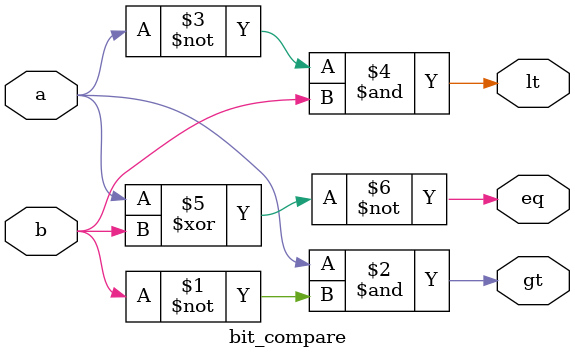
<source format=v>
module bit_compare(
    input a,
    input b,
    output gt,
    output lt,
    output eq
);
    assign gt = a & ~b;
    assign lt = ~a & b;
    assign eq = ~(a ^ b);
endmodule

</source>
